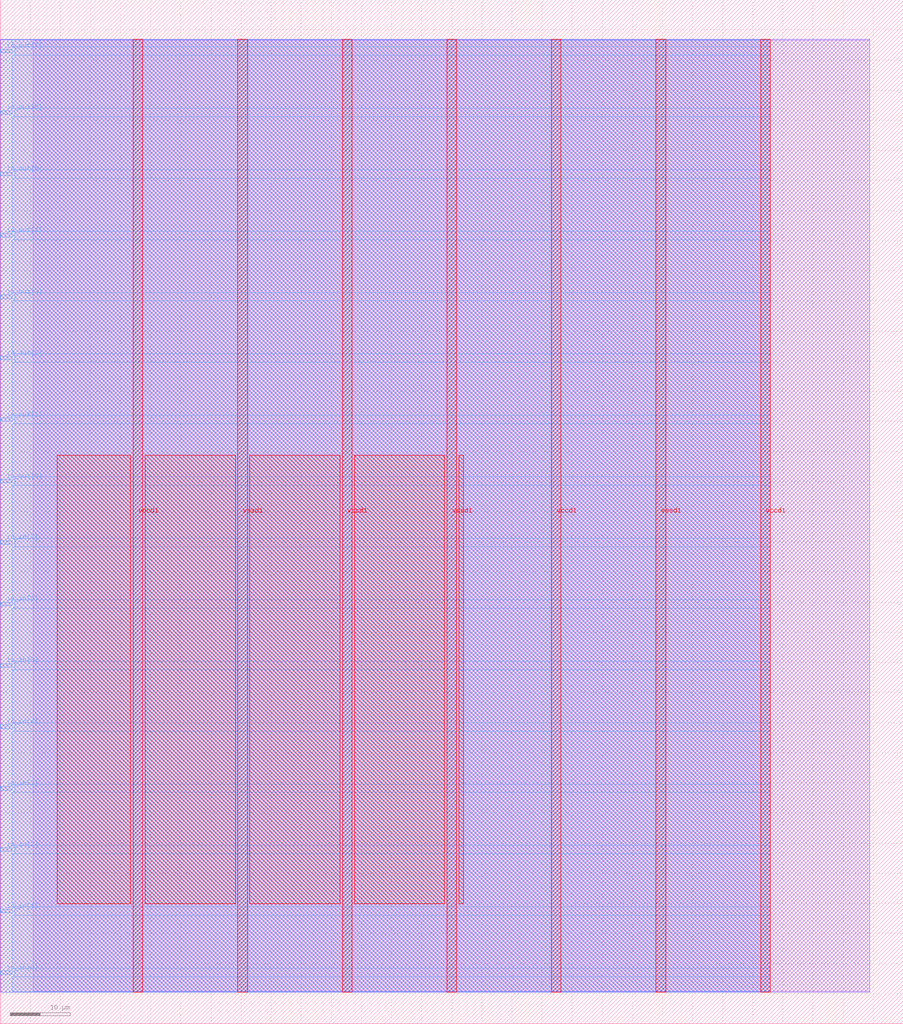
<source format=lef>
VERSION 5.7 ;
  NOWIREEXTENSIONATPIN ON ;
  DIVIDERCHAR "/" ;
  BUSBITCHARS "[]" ;
MACRO tomkeddie_top_tto_a
  CLASS BLOCK ;
  FOREIGN tomkeddie_top_tto_a ;
  ORIGIN 0.000 0.000 ;
  SIZE 150.000 BY 170.000 ;
  PIN io_in[0]
    DIRECTION INPUT ;
    USE SIGNAL ;
    PORT
      LAYER met3 ;
        RECT 0.000 8.200 2.000 8.800 ;
    END
  END io_in[0]
  PIN io_in[1]
    DIRECTION INPUT ;
    USE SIGNAL ;
    PORT
      LAYER met3 ;
        RECT 0.000 18.400 2.000 19.000 ;
    END
  END io_in[1]
  PIN io_in[2]
    DIRECTION INPUT ;
    USE SIGNAL ;
    PORT
      LAYER met3 ;
        RECT 0.000 28.600 2.000 29.200 ;
    END
  END io_in[2]
  PIN io_in[3]
    DIRECTION INPUT ;
    USE SIGNAL ;
    PORT
      LAYER met3 ;
        RECT 0.000 38.800 2.000 39.400 ;
    END
  END io_in[3]
  PIN io_in[4]
    DIRECTION INPUT ;
    USE SIGNAL ;
    PORT
      LAYER met3 ;
        RECT 0.000 49.000 2.000 49.600 ;
    END
  END io_in[4]
  PIN io_in[5]
    DIRECTION INPUT ;
    USE SIGNAL ;
    PORT
      LAYER met3 ;
        RECT 0.000 59.200 2.000 59.800 ;
    END
  END io_in[5]
  PIN io_in[6]
    DIRECTION INPUT ;
    USE SIGNAL ;
    PORT
      LAYER met3 ;
        RECT 0.000 69.400 2.000 70.000 ;
    END
  END io_in[6]
  PIN io_in[7]
    DIRECTION INPUT ;
    USE SIGNAL ;
    PORT
      LAYER met3 ;
        RECT 0.000 79.600 2.000 80.200 ;
    END
  END io_in[7]
  PIN io_out[0]
    DIRECTION OUTPUT TRISTATE ;
    USE SIGNAL ;
    PORT
      LAYER met3 ;
        RECT 0.000 89.800 2.000 90.400 ;
    END
  END io_out[0]
  PIN io_out[1]
    DIRECTION OUTPUT TRISTATE ;
    USE SIGNAL ;
    PORT
      LAYER met3 ;
        RECT 0.000 100.000 2.000 100.600 ;
    END
  END io_out[1]
  PIN io_out[2]
    DIRECTION OUTPUT TRISTATE ;
    USE SIGNAL ;
    PORT
      LAYER met3 ;
        RECT 0.000 110.200 2.000 110.800 ;
    END
  END io_out[2]
  PIN io_out[3]
    DIRECTION OUTPUT TRISTATE ;
    USE SIGNAL ;
    PORT
      LAYER met3 ;
        RECT 0.000 120.400 2.000 121.000 ;
    END
  END io_out[3]
  PIN io_out[4]
    DIRECTION OUTPUT TRISTATE ;
    USE SIGNAL ;
    PORT
      LAYER met3 ;
        RECT 0.000 130.600 2.000 131.200 ;
    END
  END io_out[4]
  PIN io_out[5]
    DIRECTION OUTPUT TRISTATE ;
    USE SIGNAL ;
    PORT
      LAYER met3 ;
        RECT 0.000 140.800 2.000 141.400 ;
    END
  END io_out[5]
  PIN io_out[6]
    DIRECTION OUTPUT TRISTATE ;
    USE SIGNAL ;
    PORT
      LAYER met3 ;
        RECT 0.000 151.000 2.000 151.600 ;
    END
  END io_out[6]
  PIN io_out[7]
    DIRECTION OUTPUT TRISTATE ;
    USE SIGNAL ;
    PORT
      LAYER met3 ;
        RECT 0.000 161.200 2.000 161.800 ;
    END
  END io_out[7]
  PIN vccd1
    DIRECTION INOUT ;
    USE POWER ;
    PORT
      LAYER met4 ;
        RECT 22.090 5.200 23.690 163.440 ;
    END
    PORT
      LAYER met4 ;
        RECT 56.830 5.200 58.430 163.440 ;
    END
    PORT
      LAYER met4 ;
        RECT 91.570 5.200 93.170 163.440 ;
    END
    PORT
      LAYER met4 ;
        RECT 126.310 5.200 127.910 163.440 ;
    END
  END vccd1
  PIN vssd1
    DIRECTION INOUT ;
    USE GROUND ;
    PORT
      LAYER met4 ;
        RECT 39.460 5.200 41.060 163.440 ;
    END
    PORT
      LAYER met4 ;
        RECT 74.200 5.200 75.800 163.440 ;
    END
    PORT
      LAYER met4 ;
        RECT 108.940 5.200 110.540 163.440 ;
    END
  END vssd1
  OBS
      LAYER li1 ;
        RECT 5.520 5.355 144.440 163.285 ;
      LAYER met1 ;
        RECT 0.070 5.200 144.440 163.440 ;
      LAYER met2 ;
        RECT 0.100 5.255 127.880 163.385 ;
      LAYER met3 ;
        RECT 2.000 162.200 127.900 163.365 ;
        RECT 2.400 160.800 127.900 162.200 ;
        RECT 2.000 152.000 127.900 160.800 ;
        RECT 2.400 150.600 127.900 152.000 ;
        RECT 2.000 141.800 127.900 150.600 ;
        RECT 2.400 140.400 127.900 141.800 ;
        RECT 2.000 131.600 127.900 140.400 ;
        RECT 2.400 130.200 127.900 131.600 ;
        RECT 2.000 121.400 127.900 130.200 ;
        RECT 2.400 120.000 127.900 121.400 ;
        RECT 2.000 111.200 127.900 120.000 ;
        RECT 2.400 109.800 127.900 111.200 ;
        RECT 2.000 101.000 127.900 109.800 ;
        RECT 2.400 99.600 127.900 101.000 ;
        RECT 2.000 90.800 127.900 99.600 ;
        RECT 2.400 89.400 127.900 90.800 ;
        RECT 2.000 80.600 127.900 89.400 ;
        RECT 2.400 79.200 127.900 80.600 ;
        RECT 2.000 70.400 127.900 79.200 ;
        RECT 2.400 69.000 127.900 70.400 ;
        RECT 2.000 60.200 127.900 69.000 ;
        RECT 2.400 58.800 127.900 60.200 ;
        RECT 2.000 50.000 127.900 58.800 ;
        RECT 2.400 48.600 127.900 50.000 ;
        RECT 2.000 39.800 127.900 48.600 ;
        RECT 2.400 38.400 127.900 39.800 ;
        RECT 2.000 29.600 127.900 38.400 ;
        RECT 2.400 28.200 127.900 29.600 ;
        RECT 2.000 19.400 127.900 28.200 ;
        RECT 2.400 18.000 127.900 19.400 ;
        RECT 2.000 9.200 127.900 18.000 ;
        RECT 2.400 7.800 127.900 9.200 ;
        RECT 2.000 5.275 127.900 7.800 ;
      LAYER met4 ;
        RECT 9.495 19.895 21.690 94.345 ;
        RECT 24.090 19.895 39.060 94.345 ;
        RECT 41.460 19.895 56.430 94.345 ;
        RECT 58.830 19.895 73.800 94.345 ;
        RECT 76.200 19.895 76.985 94.345 ;
  END
END tomkeddie_top_tto_a
END LIBRARY


</source>
